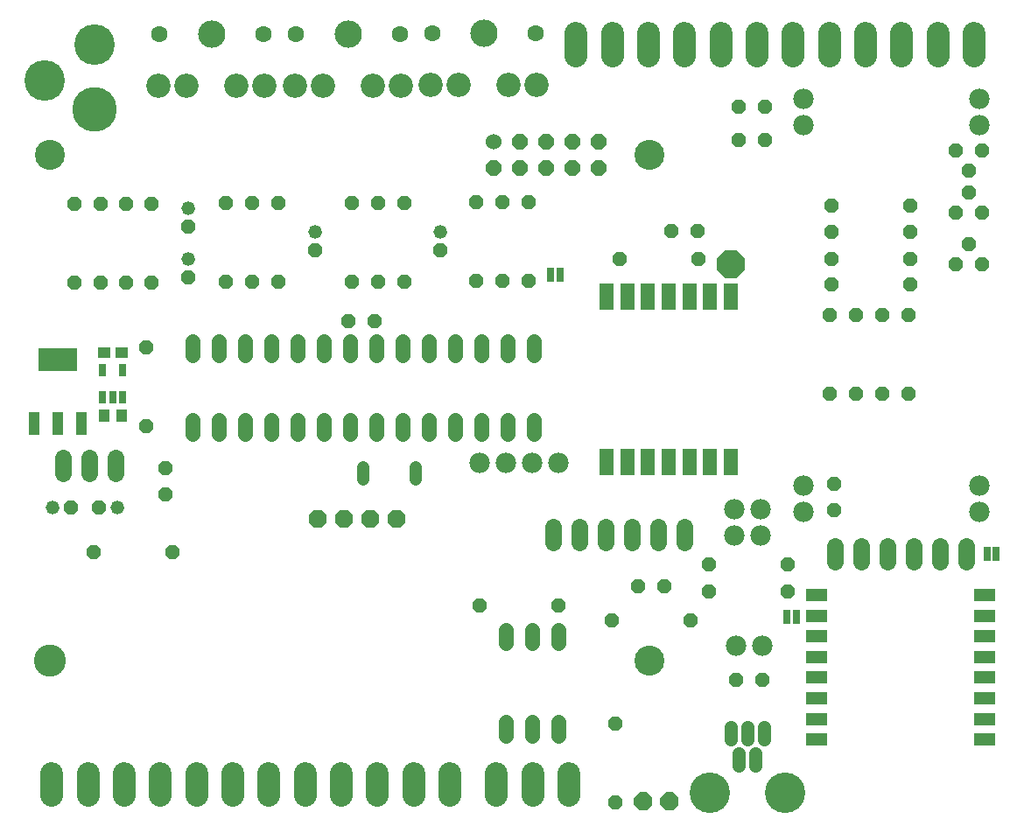
<source format=gts>
G75*
%MOIN*%
%OFA0B0*%
%FSLAX24Y24*%
%IPPOS*%
%LPD*%
%AMOC8*
5,1,8,0,0,1.08239X$1,22.5*
%
%ADD10C,0.1142*%
%ADD11C,0.1221*%
%ADD12C,0.0560*%
%ADD13OC8,0.0560*%
%ADD14C,0.0480*%
%ADD15OC8,0.0670*%
%ADD16OC8,0.1040*%
%ADD17R,0.0540X0.1040*%
%ADD18C,0.1540*%
%ADD19C,0.0516*%
%ADD20C,0.1040*%
%ADD21C,0.0926*%
%ADD22C,0.0631*%
%ADD23OC8,0.0520*%
%ADD24C,0.0520*%
%ADD25C,0.1700*%
%ADD26C,0.1542*%
%ADD27C,0.0640*%
%ADD28C,0.0600*%
%ADD29OC8,0.0600*%
%ADD30C,0.0880*%
%ADD31R,0.0827X0.0512*%
%ADD32C,0.0780*%
%ADD33R,0.0290X0.0540*%
%ADD34OC8,0.0700*%
%ADD35R,0.0434X0.0867*%
%ADD36R,0.1497X0.0867*%
%ADD37R,0.0257X0.0512*%
%ADD38R,0.0434X0.0473*%
%ADD39R,0.0473X0.0434*%
D10*
X024839Y007327D03*
X024839Y026618D03*
X002005Y026618D03*
D11*
X002005Y007327D03*
D12*
X007430Y015974D02*
X007430Y016494D01*
X008430Y016494D02*
X008430Y015974D01*
X009430Y015974D02*
X009430Y016494D01*
X010430Y016494D02*
X010430Y015974D01*
X011430Y015974D02*
X011430Y016494D01*
X012430Y016494D02*
X012430Y015974D01*
X013430Y015974D02*
X013430Y016494D01*
X014430Y016494D02*
X014430Y015974D01*
X015430Y015974D02*
X015430Y016494D01*
X016430Y016494D02*
X016430Y015974D01*
X017430Y015974D02*
X017430Y016494D01*
X018430Y016494D02*
X018430Y015974D01*
X019430Y015974D02*
X019430Y016494D01*
X020430Y016494D02*
X020430Y015974D01*
X020430Y018974D02*
X020430Y019494D01*
X019430Y019494D02*
X019430Y018974D01*
X018430Y018974D02*
X018430Y019494D01*
X017430Y019494D02*
X017430Y018974D01*
X016430Y018974D02*
X016430Y019494D01*
X015430Y019494D02*
X015430Y018974D01*
X014430Y018974D02*
X014430Y019494D01*
X013430Y019494D02*
X013430Y018974D01*
X012430Y018974D02*
X012430Y019494D01*
X011430Y019494D02*
X011430Y018974D01*
X010430Y018974D02*
X010430Y019494D01*
X009430Y019494D02*
X009430Y018974D01*
X008430Y018974D02*
X008430Y019494D01*
X007430Y019494D02*
X007430Y018974D01*
X019357Y008516D02*
X019357Y007996D01*
X020357Y007996D02*
X020357Y008516D01*
X021357Y008516D02*
X021357Y007996D01*
X021357Y004996D02*
X021357Y004476D01*
X020357Y004476D02*
X020357Y004996D01*
X019357Y004996D02*
X019357Y004476D01*
D13*
X023507Y004945D03*
X023507Y001945D03*
X028125Y006594D03*
X029125Y006594D03*
X026385Y008858D03*
X027075Y009982D03*
X027075Y010991D03*
X025396Y010180D03*
X024396Y010180D03*
X023385Y008858D03*
X021365Y009449D03*
X018365Y009449D03*
X030075Y009982D03*
X030075Y010991D03*
X031873Y013083D03*
X031873Y014083D03*
X031690Y017498D03*
X032690Y017498D03*
X033690Y017498D03*
X034690Y017498D03*
X034690Y020498D03*
X033690Y020498D03*
X032690Y020498D03*
X031690Y020498D03*
X031753Y021667D03*
X031751Y022638D03*
X031753Y023667D03*
X031753Y024667D03*
X034753Y024667D03*
X034753Y023667D03*
X034751Y022638D03*
X034753Y021667D03*
X036491Y022441D03*
X036991Y023191D03*
X037491Y022441D03*
X037491Y024409D03*
X036991Y025159D03*
X036491Y024409D03*
X036991Y026022D03*
X036491Y026772D03*
X037491Y026772D03*
X029223Y027165D03*
X028223Y027165D03*
X028223Y028445D03*
X029223Y028445D03*
X026664Y023720D03*
X025664Y023720D03*
X026680Y022638D03*
X023680Y022638D03*
X020225Y021809D03*
X019225Y021809D03*
X018225Y021809D03*
X015480Y021784D03*
X014480Y021784D03*
X013480Y021784D03*
X013361Y020276D03*
X014361Y020276D03*
X010680Y021784D03*
X009680Y021784D03*
X008680Y021784D03*
X005845Y021733D03*
X004877Y021733D03*
X003908Y021733D03*
X002936Y021750D03*
X005667Y019284D03*
X005667Y016284D03*
X006381Y014669D03*
X006381Y013669D03*
X006660Y011484D03*
X003660Y011484D03*
X003908Y024733D03*
X002936Y024750D03*
X004877Y024733D03*
X005845Y024733D03*
X008680Y024784D03*
X009680Y024784D03*
X010680Y024784D03*
X013480Y024784D03*
X014480Y024784D03*
X015480Y024784D03*
X018225Y024809D03*
X019225Y024809D03*
X020225Y024809D03*
D14*
X015934Y014696D02*
X015934Y014256D01*
X013934Y014256D02*
X013934Y014696D01*
D15*
X014180Y012734D03*
X013180Y012734D03*
X012180Y012734D03*
X015180Y012734D03*
D16*
X027936Y022441D03*
D17*
X027922Y021218D03*
X027135Y021218D03*
X026347Y021218D03*
X025560Y021218D03*
X024773Y021218D03*
X023985Y021218D03*
X023198Y021218D03*
X023198Y014918D03*
X023985Y014918D03*
X024773Y014918D03*
X025560Y014918D03*
X026347Y014918D03*
X027135Y014918D03*
X027922Y014918D03*
D18*
X027110Y002299D03*
X029984Y002299D03*
D19*
X028862Y003339D02*
X028862Y003815D01*
X028547Y004327D02*
X028547Y004802D01*
X027917Y004802D02*
X027917Y004327D01*
X028232Y003815D02*
X028232Y003339D01*
X029177Y004327D02*
X029177Y004802D01*
D20*
X018512Y031231D03*
X013341Y031221D03*
X008141Y031221D03*
D21*
X009086Y029253D03*
X010149Y029253D03*
X011333Y029253D03*
X012396Y029253D03*
X014286Y029253D03*
X015349Y029253D03*
X016504Y029262D03*
X017567Y029262D03*
X019457Y029262D03*
X020520Y029262D03*
X007196Y029253D03*
X006133Y029253D03*
D22*
X006172Y031221D03*
X010109Y031221D03*
X011372Y031221D03*
X015309Y031221D03*
X016543Y031231D03*
X020480Y031231D03*
D23*
X016850Y022959D03*
X012100Y022959D03*
X007267Y023885D03*
X007267Y021943D03*
X003864Y013160D03*
X002781Y013182D03*
D24*
X002081Y013182D03*
X004564Y013160D03*
X007267Y022643D03*
X007267Y024585D03*
X012100Y023659D03*
X016850Y023659D03*
D25*
X003680Y028330D03*
D26*
X001790Y029452D03*
X003680Y030791D03*
D27*
X003480Y015084D02*
X003480Y014484D01*
X002480Y014484D02*
X002480Y015084D01*
X004480Y015084D02*
X004480Y014484D01*
X021149Y012427D02*
X021149Y011827D01*
X022149Y011827D02*
X022149Y012427D01*
X023149Y012427D02*
X023149Y011827D01*
X024149Y011827D02*
X024149Y012427D01*
X025149Y012427D02*
X025149Y011827D01*
X026149Y011827D02*
X026149Y012427D01*
X031893Y011717D02*
X031893Y011117D01*
X032893Y011117D02*
X032893Y011717D01*
X033893Y011717D02*
X033893Y011117D01*
X034893Y011117D02*
X034893Y011717D01*
X035893Y011717D02*
X035893Y011117D01*
X036893Y011117D02*
X036893Y011717D01*
D28*
X018902Y027118D03*
D29*
X018902Y026118D03*
X019902Y026118D03*
X020902Y026118D03*
X020902Y027118D03*
X019902Y027118D03*
X021902Y027118D03*
X022902Y027118D03*
X022902Y026118D03*
X021902Y026118D03*
D30*
X002070Y003038D02*
X002070Y002198D01*
X003448Y002198D02*
X003448Y003038D01*
X004826Y003038D02*
X004826Y002198D01*
X006204Y002198D02*
X006204Y003038D01*
X007582Y003038D02*
X007582Y002198D01*
X008960Y002198D02*
X008960Y003038D01*
X010337Y003030D02*
X010337Y002190D01*
X011715Y002190D02*
X011715Y003030D01*
X013093Y003030D02*
X013093Y002190D01*
X014471Y002190D02*
X014471Y003030D01*
X015849Y003030D02*
X015849Y002190D01*
X017227Y002190D02*
X017227Y003030D01*
X018999Y003030D02*
X018999Y002190D01*
X020377Y002190D02*
X020377Y003030D01*
X021755Y003030D02*
X021755Y002190D01*
X022030Y030387D02*
X022030Y031227D01*
X023408Y031227D02*
X023408Y030387D01*
X024786Y030387D02*
X024786Y031227D01*
X026164Y031227D02*
X026164Y030387D01*
X027542Y030387D02*
X027542Y031227D01*
X028920Y031227D02*
X028920Y030387D01*
X030298Y030387D02*
X030298Y031227D01*
X031676Y031227D02*
X031676Y030387D01*
X033054Y030387D02*
X033054Y031227D01*
X034432Y031227D02*
X034432Y030387D01*
X035810Y030387D02*
X035810Y031227D01*
X037188Y031227D02*
X037188Y030387D01*
D31*
X037582Y009843D03*
X037582Y009055D03*
X037582Y008268D03*
X037582Y007480D03*
X037582Y006693D03*
X037582Y005906D03*
X037582Y005118D03*
X037582Y004331D03*
X031204Y004331D03*
X031204Y005118D03*
X031204Y005906D03*
X031204Y006693D03*
X031204Y007480D03*
X031204Y008268D03*
X031204Y009055D03*
X031204Y009843D03*
D32*
X029119Y007905D03*
X028119Y007905D03*
X028055Y012109D03*
X029055Y012109D03*
X029055Y013109D03*
X028055Y013109D03*
X030692Y012992D03*
X030692Y013992D03*
X037385Y013992D03*
X037385Y012992D03*
X021341Y014862D03*
X020357Y014862D03*
X019357Y014862D03*
X018357Y014862D03*
X030692Y027756D03*
X030692Y028756D03*
X037385Y028756D03*
X037385Y027756D03*
D33*
X021420Y022047D03*
X021066Y022047D03*
X030057Y009007D03*
X030411Y009007D03*
X037674Y011407D03*
X038029Y011407D03*
D34*
X025582Y001969D03*
X024582Y001969D03*
D35*
X003186Y016364D03*
X002280Y016364D03*
X001374Y016364D03*
D36*
X002280Y018805D03*
D37*
X004006Y018396D03*
X004754Y018396D03*
X004754Y017372D03*
X004380Y017372D03*
X004006Y017372D03*
D38*
X004045Y016684D03*
X004715Y016684D03*
D39*
X004715Y019084D03*
X004045Y019084D03*
M02*

</source>
